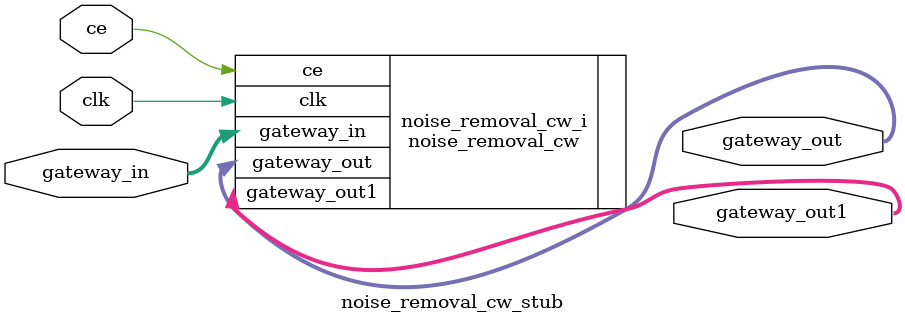
<source format=v>
`timescale 1ns / 1ps


module noise_removal_cw_stub
(
  ce,
  clk,// clock period = 15.0 ns (66.66666666666667 Mhz)
  gateway_in,
  gateway_out,
  gateway_out1
  );

  input  ce;
  input  clk;// clock period = 15.0 ns (66.66666666666667 Mhz)
  input [15:0] gateway_in;
  output [36:0] gateway_out;
  output [15:0] gateway_out1;

noise_removal_cw noise_removal_cw_i (
  .ce(ce),
  .clk(clk),
  .gateway_in(gateway_in),
  .gateway_out(gateway_out),
  .gateway_out1(gateway_out1));

endmodule 

</source>
